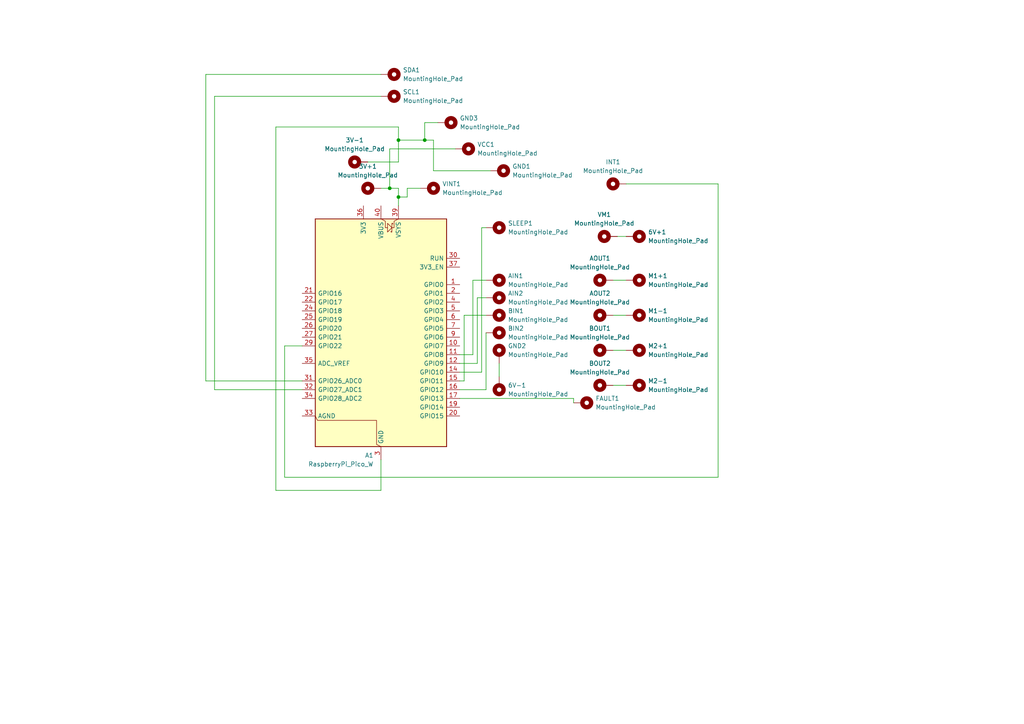
<source format=kicad_sch>
(kicad_sch
	(version 20250114)
	(generator "eeschema")
	(generator_version "9.0")
	(uuid "fcfcd0d1-30af-4111-b4af-c00f14a1cc88")
	(paper "A4")
	(lib_symbols
		(symbol "MCU_Module:RaspberryPi_Pico_W"
			(pin_names
				(offset 0.762)
			)
			(exclude_from_sim no)
			(in_bom yes)
			(on_board yes)
			(property "Reference" "A"
				(at -19.05 35.56 0)
				(effects
					(font
						(size 1.27 1.27)
					)
					(justify left)
				)
			)
			(property "Value" "RaspberryPi_Pico_W"
				(at 7.62 35.56 0)
				(effects
					(font
						(size 1.27 1.27)
					)
					(justify left)
				)
			)
			(property "Footprint" "Module:RaspberryPi_Pico_W_SMD_HandSolder"
				(at 0 -46.99 0)
				(effects
					(font
						(size 1.27 1.27)
					)
					(hide yes)
				)
			)
			(property "Datasheet" "https://datasheets.raspberrypi.com/picow/pico-w-datasheet.pdf"
				(at 0 -49.53 0)
				(effects
					(font
						(size 1.27 1.27)
					)
					(hide yes)
				)
			)
			(property "Description" "Versatile and inexpensive wireless microcontroller module powered by RP2040 dual-core Arm Cortex-M0+ processor up to 133 MHz, 264kB SRAM, 2MB QSPI flash, Infineon CYW43439 2.4GHz 802.11n wireless LAN; also supports Raspberry Pi Pico 2 W"
				(at 0 -52.07 0)
				(effects
					(font
						(size 1.27 1.27)
					)
					(hide yes)
				)
			)
			(property "ki_keywords" "RP2350A M33 RISC-V Hazard3 usb wifi bluetooth"
				(at 0 0 0)
				(effects
					(font
						(size 1.27 1.27)
					)
					(hide yes)
				)
			)
			(property "ki_fp_filters" "RaspberryPi?Pico?Common* RaspberryPi?Pico?W?SMD*"
				(at 0 0 0)
				(effects
					(font
						(size 1.27 1.27)
					)
					(hide yes)
				)
			)
			(symbol "RaspberryPi_Pico_W_0_1"
				(rectangle
					(start -19.05 34.29)
					(end 19.05 -31.75)
					(stroke
						(width 0.254)
						(type default)
					)
					(fill
						(type background)
					)
				)
				(polyline
					(pts
						(xy -5.08 34.29) (xy -3.81 33.655) (xy -3.81 31.75) (xy -3.175 31.75)
					)
					(stroke
						(width 0)
						(type default)
					)
					(fill
						(type none)
					)
				)
				(polyline
					(pts
						(xy -3.429 32.766) (xy -3.429 33.02) (xy -3.175 33.02) (xy -3.175 30.48) (xy -2.921 30.48) (xy -2.921 30.734)
					)
					(stroke
						(width 0)
						(type default)
					)
					(fill
						(type none)
					)
				)
				(polyline
					(pts
						(xy -3.175 31.75) (xy -1.905 33.02) (xy -1.905 30.48) (xy -3.175 31.75)
					)
					(stroke
						(width 0)
						(type default)
					)
					(fill
						(type none)
					)
				)
				(polyline
					(pts
						(xy 0 34.29) (xy -1.27 33.655) (xy -1.27 31.75) (xy -1.905 31.75)
					)
					(stroke
						(width 0)
						(type default)
					)
					(fill
						(type none)
					)
				)
				(polyline
					(pts
						(xy 0 -31.75) (xy 1.27 -31.115) (xy 1.27 -24.13) (xy 18.415 -24.13) (xy 19.05 -22.86)
					)
					(stroke
						(width 0)
						(type default)
					)
					(fill
						(type none)
					)
				)
			)
			(symbol "RaspberryPi_Pico_W_1_1"
				(pin passive line
					(at -22.86 22.86 0)
					(length 3.81)
					(name "RUN"
						(effects
							(font
								(size 1.27 1.27)
							)
						)
					)
					(number "30"
						(effects
							(font
								(size 1.27 1.27)
							)
						)
					)
					(alternate "~{RESET}" passive line)
				)
				(pin passive line
					(at -22.86 20.32 0)
					(length 3.81)
					(name "3V3_EN"
						(effects
							(font
								(size 1.27 1.27)
							)
						)
					)
					(number "37"
						(effects
							(font
								(size 1.27 1.27)
							)
						)
					)
					(alternate "~{3V3_DISABLE}" passive line)
				)
				(pin bidirectional line
					(at -22.86 15.24 0)
					(length 3.81)
					(name "GPIO0"
						(effects
							(font
								(size 1.27 1.27)
							)
						)
					)
					(number "1"
						(effects
							(font
								(size 1.27 1.27)
							)
						)
					)
					(alternate "I2C0_SDA" bidirectional line)
					(alternate "PWM0_A" output line)
					(alternate "SPI0_RX" input line)
					(alternate "UART0_TX" output line)
					(alternate "USB_OVCUR_DET" input line)
				)
				(pin bidirectional line
					(at -22.86 12.7 0)
					(length 3.81)
					(name "GPIO1"
						(effects
							(font
								(size 1.27 1.27)
							)
						)
					)
					(number "2"
						(effects
							(font
								(size 1.27 1.27)
							)
						)
					)
					(alternate "I2C0_SCL" bidirectional clock)
					(alternate "PWM0_B" bidirectional line)
					(alternate "UART0_RX" input line)
					(alternate "USB_VBUS_DET" passive line)
					(alternate "~{SPI0_CSn}" bidirectional line)
				)
				(pin bidirectional line
					(at -22.86 10.16 0)
					(length 3.81)
					(name "GPIO2"
						(effects
							(font
								(size 1.27 1.27)
							)
						)
					)
					(number "4"
						(effects
							(font
								(size 1.27 1.27)
							)
						)
					)
					(alternate "I2C1_SDA" bidirectional line)
					(alternate "PWM1_A" output line)
					(alternate "SPI0_SCK" bidirectional clock)
					(alternate "UART0_CTS" input line)
					(alternate "USB_VBUS_EN" output line)
				)
				(pin bidirectional line
					(at -22.86 7.62 0)
					(length 3.81)
					(name "GPIO3"
						(effects
							(font
								(size 1.27 1.27)
							)
						)
					)
					(number "5"
						(effects
							(font
								(size 1.27 1.27)
							)
						)
					)
					(alternate "I2C1_SCL" bidirectional clock)
					(alternate "PWM1_B" bidirectional line)
					(alternate "SPI0_TX" output line)
					(alternate "UART0_RTS" output line)
					(alternate "USB_OVCUR_DET" input line)
				)
				(pin bidirectional line
					(at -22.86 5.08 0)
					(length 3.81)
					(name "GPIO4"
						(effects
							(font
								(size 1.27 1.27)
							)
						)
					)
					(number "6"
						(effects
							(font
								(size 1.27 1.27)
							)
						)
					)
					(alternate "I2C0_SDA" bidirectional line)
					(alternate "PWM2_A" output line)
					(alternate "SPI0_RX" input line)
					(alternate "UART1_TX" output line)
					(alternate "USB_VBUS_DET" input line)
				)
				(pin bidirectional line
					(at -22.86 2.54 0)
					(length 3.81)
					(name "GPIO5"
						(effects
							(font
								(size 1.27 1.27)
							)
						)
					)
					(number "7"
						(effects
							(font
								(size 1.27 1.27)
							)
						)
					)
					(alternate "I2C0_SCL" bidirectional clock)
					(alternate "PWM2_B" bidirectional line)
					(alternate "UART1_RX" input line)
					(alternate "USB_VBUS_EN" output line)
					(alternate "~{SPI0_CSn}" bidirectional line)
				)
				(pin bidirectional line
					(at -22.86 0 0)
					(length 3.81)
					(name "GPIO6"
						(effects
							(font
								(size 1.27 1.27)
							)
						)
					)
					(number "9"
						(effects
							(font
								(size 1.27 1.27)
							)
						)
					)
					(alternate "I2C1_SDA" bidirectional line)
					(alternate "PWM3_A" output line)
					(alternate "SPI0_SCK" bidirectional clock)
					(alternate "UART1_CTS" input line)
					(alternate "USB_OVCUR_DET" input line)
				)
				(pin bidirectional line
					(at -22.86 -2.54 0)
					(length 3.81)
					(name "GPIO7"
						(effects
							(font
								(size 1.27 1.27)
							)
						)
					)
					(number "10"
						(effects
							(font
								(size 1.27 1.27)
							)
						)
					)
					(alternate "I2C1_SCL" bidirectional clock)
					(alternate "PWM3_B" bidirectional line)
					(alternate "SPI0_TX" output line)
					(alternate "UART1_RTS" output line)
					(alternate "USB_VBUS_DET" input line)
				)
				(pin bidirectional line
					(at -22.86 -5.08 0)
					(length 3.81)
					(name "GPIO8"
						(effects
							(font
								(size 1.27 1.27)
							)
						)
					)
					(number "11"
						(effects
							(font
								(size 1.27 1.27)
							)
						)
					)
					(alternate "I2C0_SDA" bidirectional line)
					(alternate "PWM4_A" output line)
					(alternate "SPI1_RX" input line)
					(alternate "UART1_TX" output line)
					(alternate "USB_VBUS_EN" output line)
				)
				(pin bidirectional line
					(at -22.86 -7.62 0)
					(length 3.81)
					(name "GPIO9"
						(effects
							(font
								(size 1.27 1.27)
							)
						)
					)
					(number "12"
						(effects
							(font
								(size 1.27 1.27)
							)
						)
					)
					(alternate "I2C0_SCL" bidirectional clock)
					(alternate "PWM4_B" bidirectional line)
					(alternate "UART1_RX" input line)
					(alternate "USB_OVCUR_DET" input line)
					(alternate "~{SPI1_CSn}" bidirectional line)
				)
				(pin bidirectional line
					(at -22.86 -10.16 0)
					(length 3.81)
					(name "GPIO10"
						(effects
							(font
								(size 1.27 1.27)
							)
						)
					)
					(number "14"
						(effects
							(font
								(size 1.27 1.27)
							)
						)
					)
					(alternate "I2C1_SDA" bidirectional line)
					(alternate "PWM5_A" output line)
					(alternate "SPI1_SCK" bidirectional clock)
					(alternate "UART1_CTS" input line)
					(alternate "USB_VBUS_DET" input line)
				)
				(pin bidirectional line
					(at -22.86 -12.7 0)
					(length 3.81)
					(name "GPIO11"
						(effects
							(font
								(size 1.27 1.27)
							)
						)
					)
					(number "15"
						(effects
							(font
								(size 1.27 1.27)
							)
						)
					)
					(alternate "I2C1_SCL" bidirectional clock)
					(alternate "PWM5_B" bidirectional line)
					(alternate "SPI1_TX" output line)
					(alternate "UART1_RTS" output line)
					(alternate "USB_VBUS_EN" output line)
				)
				(pin bidirectional line
					(at -22.86 -15.24 0)
					(length 3.81)
					(name "GPIO12"
						(effects
							(font
								(size 1.27 1.27)
							)
						)
					)
					(number "16"
						(effects
							(font
								(size 1.27 1.27)
							)
						)
					)
					(alternate "I2C0_SDA" bidirectional line)
					(alternate "PWM6_A" output line)
					(alternate "SPI1_RX" input line)
					(alternate "UART0_TX" output line)
					(alternate "USB_OVCUR_DET" input line)
				)
				(pin bidirectional line
					(at -22.86 -17.78 0)
					(length 3.81)
					(name "GPIO13"
						(effects
							(font
								(size 1.27 1.27)
							)
						)
					)
					(number "17"
						(effects
							(font
								(size 1.27 1.27)
							)
						)
					)
					(alternate "I2C0_SCL" bidirectional clock)
					(alternate "PWM6_B" bidirectional line)
					(alternate "UART0_RX" input line)
					(alternate "USB_VBUS_DET" input line)
					(alternate "~{SPI1_CSn}" bidirectional line)
				)
				(pin bidirectional line
					(at -22.86 -20.32 0)
					(length 3.81)
					(name "GPIO14"
						(effects
							(font
								(size 1.27 1.27)
							)
						)
					)
					(number "19"
						(effects
							(font
								(size 1.27 1.27)
							)
						)
					)
					(alternate "I2C1_SDA" bidirectional line)
					(alternate "PWM7_A" output line)
					(alternate "SPI1_SCK" bidirectional clock)
					(alternate "UART0_CTS" input line)
					(alternate "USB_VBUS_EN" output line)
				)
				(pin bidirectional line
					(at -22.86 -22.86 0)
					(length 3.81)
					(name "GPIO15"
						(effects
							(font
								(size 1.27 1.27)
							)
						)
					)
					(number "20"
						(effects
							(font
								(size 1.27 1.27)
							)
						)
					)
					(alternate "I2C1_SCL" bidirectional clock)
					(alternate "PWM7_B" bidirectional line)
					(alternate "SPI1_TX" output line)
					(alternate "UART0_RTS" output line)
					(alternate "USB_OVCUR_DET" input line)
				)
				(pin power_in line
					(at -5.08 38.1 270)
					(length 3.81)
					(name "VSYS"
						(effects
							(font
								(size 1.27 1.27)
							)
						)
					)
					(number "39"
						(effects
							(font
								(size 1.27 1.27)
							)
						)
					)
					(alternate "VSYS_OUT" power_out line)
				)
				(pin power_out line
					(at 0 38.1 270)
					(length 3.81)
					(name "VBUS"
						(effects
							(font
								(size 1.27 1.27)
							)
						)
					)
					(number "40"
						(effects
							(font
								(size 1.27 1.27)
							)
						)
					)
					(alternate "VBUS_IN" power_in line)
				)
				(pin passive line
					(at 0 -35.56 90)
					(length 3.81)
					(hide yes)
					(name "GND"
						(effects
							(font
								(size 1.27 1.27)
							)
						)
					)
					(number "13"
						(effects
							(font
								(size 1.27 1.27)
							)
						)
					)
				)
				(pin passive line
					(at 0 -35.56 90)
					(length 3.81)
					(hide yes)
					(name "GND"
						(effects
							(font
								(size 1.27 1.27)
							)
						)
					)
					(number "18"
						(effects
							(font
								(size 1.27 1.27)
							)
						)
					)
				)
				(pin passive line
					(at 0 -35.56 90)
					(length 3.81)
					(hide yes)
					(name "GND"
						(effects
							(font
								(size 1.27 1.27)
							)
						)
					)
					(number "23"
						(effects
							(font
								(size 1.27 1.27)
							)
						)
					)
				)
				(pin passive line
					(at 0 -35.56 90)
					(length 3.81)
					(hide yes)
					(name "GND"
						(effects
							(font
								(size 1.27 1.27)
							)
						)
					)
					(number "28"
						(effects
							(font
								(size 1.27 1.27)
							)
						)
					)
				)
				(pin power_out line
					(at 0 -35.56 90)
					(length 3.81)
					(name "GND"
						(effects
							(font
								(size 1.27 1.27)
							)
						)
					)
					(number "3"
						(effects
							(font
								(size 1.27 1.27)
							)
						)
					)
					(alternate "GND_IN" power_in line)
				)
				(pin passive line
					(at 0 -35.56 90)
					(length 3.81)
					(hide yes)
					(name "GND"
						(effects
							(font
								(size 1.27 1.27)
							)
						)
					)
					(number "38"
						(effects
							(font
								(size 1.27 1.27)
							)
						)
					)
				)
				(pin passive line
					(at 0 -35.56 90)
					(length 3.81)
					(hide yes)
					(name "GND"
						(effects
							(font
								(size 1.27 1.27)
							)
						)
					)
					(number "8"
						(effects
							(font
								(size 1.27 1.27)
							)
						)
					)
				)
				(pin power_out line
					(at 5.08 38.1 270)
					(length 3.81)
					(name "3V3"
						(effects
							(font
								(size 1.27 1.27)
							)
						)
					)
					(number "36"
						(effects
							(font
								(size 1.27 1.27)
							)
						)
					)
				)
				(pin bidirectional line
					(at 22.86 12.7 180)
					(length 3.81)
					(name "GPIO16"
						(effects
							(font
								(size 1.27 1.27)
							)
						)
					)
					(number "21"
						(effects
							(font
								(size 1.27 1.27)
							)
						)
					)
					(alternate "I2C0_SDA" bidirectional line)
					(alternate "PWM0_A" output line)
					(alternate "SPI0_RX" input line)
					(alternate "UART0_TX" output line)
					(alternate "USB_VBUS_DET" input line)
				)
				(pin bidirectional line
					(at 22.86 10.16 180)
					(length 3.81)
					(name "GPIO17"
						(effects
							(font
								(size 1.27 1.27)
							)
						)
					)
					(number "22"
						(effects
							(font
								(size 1.27 1.27)
							)
						)
					)
					(alternate "I2C0_SCL" bidirectional clock)
					(alternate "PWM0_B" bidirectional line)
					(alternate "UART0_RX" input line)
					(alternate "USB_VBUS_EN" output line)
					(alternate "~{SPI0_CSn}" bidirectional line)
				)
				(pin bidirectional line
					(at 22.86 7.62 180)
					(length 3.81)
					(name "GPIO18"
						(effects
							(font
								(size 1.27 1.27)
							)
						)
					)
					(number "24"
						(effects
							(font
								(size 1.27 1.27)
							)
						)
					)
					(alternate "I2C1_SDA" bidirectional line)
					(alternate "PWM1_A" output line)
					(alternate "SPI0_SCK" bidirectional clock)
					(alternate "UART0_CTS" input line)
					(alternate "USB_OVCUR_DET" input line)
				)
				(pin bidirectional line
					(at 22.86 5.08 180)
					(length 3.81)
					(name "GPIO19"
						(effects
							(font
								(size 1.27 1.27)
							)
						)
					)
					(number "25"
						(effects
							(font
								(size 1.27 1.27)
							)
						)
					)
					(alternate "I2C1_SCL" bidirectional clock)
					(alternate "PWM1_B" bidirectional line)
					(alternate "SPI0_TX" output line)
					(alternate "UART0_RTS" output line)
					(alternate "USB_VBUS_DET" input line)
				)
				(pin bidirectional line
					(at 22.86 2.54 180)
					(length 3.81)
					(name "GPIO20"
						(effects
							(font
								(size 1.27 1.27)
							)
						)
					)
					(number "26"
						(effects
							(font
								(size 1.27 1.27)
							)
						)
					)
					(alternate "CLOCK_GPIN0" input clock)
					(alternate "I2C0_SDA" bidirectional line)
					(alternate "PWM2_A" output line)
					(alternate "SPI0_RX" input line)
					(alternate "UART1_TX" output line)
					(alternate "USB_VBUS_EN" output line)
				)
				(pin bidirectional line
					(at 22.86 0 180)
					(length 3.81)
					(name "GPIO21"
						(effects
							(font
								(size 1.27 1.27)
							)
						)
					)
					(number "27"
						(effects
							(font
								(size 1.27 1.27)
							)
						)
					)
					(alternate "CLOCK_GPOUT0" output clock)
					(alternate "I2C0_SCL" bidirectional clock)
					(alternate "PWM2_B" bidirectional line)
					(alternate "UART1_RX" input line)
					(alternate "USB_OVCUR_DET" input line)
					(alternate "~{SPI0_CSn}" bidirectional line)
				)
				(pin bidirectional line
					(at 22.86 -2.54 180)
					(length 3.81)
					(name "GPIO22"
						(effects
							(font
								(size 1.27 1.27)
							)
						)
					)
					(number "29"
						(effects
							(font
								(size 1.27 1.27)
							)
						)
					)
					(alternate "CLOCK_GPIN1" input clock)
					(alternate "I2C1_SDA" bidirectional line)
					(alternate "PWM3_A" output line)
					(alternate "SPI0_SCK" bidirectional clock)
					(alternate "UART1_CTS" input line)
					(alternate "USB_VBUS_DET" input line)
				)
				(pin power_in line
					(at 22.86 -7.62 180)
					(length 3.81)
					(name "ADC_VREF"
						(effects
							(font
								(size 1.27 1.27)
							)
						)
					)
					(number "35"
						(effects
							(font
								(size 1.27 1.27)
							)
						)
					)
				)
				(pin bidirectional line
					(at 22.86 -12.7 180)
					(length 3.81)
					(name "GPIO26_ADC0"
						(effects
							(font
								(size 1.27 1.27)
							)
						)
					)
					(number "31"
						(effects
							(font
								(size 1.27 1.27)
							)
						)
					)
					(alternate "ADC0" input line)
					(alternate "GPIO26" bidirectional line)
					(alternate "I2C1_SDA" bidirectional line)
					(alternate "PWM5_A" output line)
					(alternate "SPI1_SCK" bidirectional clock)
					(alternate "UART1_CTS" input line)
					(alternate "USB_VBUS_EN" output line)
				)
				(pin bidirectional line
					(at 22.86 -15.24 180)
					(length 3.81)
					(name "GPIO27_ADC1"
						(effects
							(font
								(size 1.27 1.27)
							)
						)
					)
					(number "32"
						(effects
							(font
								(size 1.27 1.27)
							)
						)
					)
					(alternate "ADC1" input line)
					(alternate "GPIO27" bidirectional line)
					(alternate "I2C1_SCL" bidirectional clock)
					(alternate "PWM5_B" bidirectional line)
					(alternate "SPI1_TX" output line)
					(alternate "UART1_RTS" output line)
					(alternate "USB_OVCUR_DET" input line)
				)
				(pin bidirectional line
					(at 22.86 -17.78 180)
					(length 3.81)
					(name "GPIO28_ADC2"
						(effects
							(font
								(size 1.27 1.27)
							)
						)
					)
					(number "34"
						(effects
							(font
								(size 1.27 1.27)
							)
						)
					)
					(alternate "ADC2" input line)
					(alternate "GPIO28" bidirectional line)
					(alternate "I2C0_SDA" bidirectional line)
					(alternate "PWM6_A" output line)
					(alternate "SPI1_RX" input line)
					(alternate "UART0_TX" output line)
					(alternate "USB_VBUS_DET" input line)
				)
				(pin power_out line
					(at 22.86 -22.86 180)
					(length 3.81)
					(name "AGND"
						(effects
							(font
								(size 1.27 1.27)
							)
						)
					)
					(number "33"
						(effects
							(font
								(size 1.27 1.27)
							)
						)
					)
					(alternate "GND" passive line)
				)
			)
			(embedded_fonts no)
		)
		(symbol "Mechanical:MountingHole_Pad"
			(pin_numbers
				(hide yes)
			)
			(pin_names
				(offset 1.016)
				(hide yes)
			)
			(exclude_from_sim no)
			(in_bom no)
			(on_board yes)
			(property "Reference" "H"
				(at 0 6.35 0)
				(effects
					(font
						(size 1.27 1.27)
					)
				)
			)
			(property "Value" "MountingHole_Pad"
				(at 0 4.445 0)
				(effects
					(font
						(size 1.27 1.27)
					)
				)
			)
			(property "Footprint" ""
				(at 0 0 0)
				(effects
					(font
						(size 1.27 1.27)
					)
					(hide yes)
				)
			)
			(property "Datasheet" "~"
				(at 0 0 0)
				(effects
					(font
						(size 1.27 1.27)
					)
					(hide yes)
				)
			)
			(property "Description" "Mounting Hole with connection"
				(at 0 0 0)
				(effects
					(font
						(size 1.27 1.27)
					)
					(hide yes)
				)
			)
			(property "ki_keywords" "mounting hole"
				(at 0 0 0)
				(effects
					(font
						(size 1.27 1.27)
					)
					(hide yes)
				)
			)
			(property "ki_fp_filters" "MountingHole*Pad*"
				(at 0 0 0)
				(effects
					(font
						(size 1.27 1.27)
					)
					(hide yes)
				)
			)
			(symbol "MountingHole_Pad_0_1"
				(circle
					(center 0 1.27)
					(radius 1.27)
					(stroke
						(width 1.27)
						(type default)
					)
					(fill
						(type none)
					)
				)
			)
			(symbol "MountingHole_Pad_1_1"
				(pin input line
					(at 0 -2.54 90)
					(length 2.54)
					(name "1"
						(effects
							(font
								(size 1.27 1.27)
							)
						)
					)
					(number "1"
						(effects
							(font
								(size 1.27 1.27)
							)
						)
					)
				)
			)
			(embedded_fonts no)
		)
	)
	(junction
		(at 115.57 40.64)
		(diameter 0)
		(color 0 0 0 0)
		(uuid "324dbed2-2b9a-43ed-92b0-b28b699b8bda")
	)
	(junction
		(at 115.57 57.15)
		(diameter 0)
		(color 0 0 0 0)
		(uuid "83d3d6a2-e7d0-4b6d-b916-4a5425cff01f")
	)
	(junction
		(at 113.03 54.61)
		(diameter 0)
		(color 0 0 0 0)
		(uuid "88d2966b-028b-4685-aff1-842498af9349")
	)
	(junction
		(at 123.19 40.64)
		(diameter 0)
		(color 0 0 0 0)
		(uuid "d6312a3a-7c6b-4e45-865c-a7b67caba0d6")
	)
	(wire
		(pts
			(xy 132.08 43.18) (xy 113.03 43.18)
		)
		(stroke
			(width 0)
			(type default)
		)
		(uuid "02df35cd-018b-468f-9805-bfb028610254")
	)
	(wire
		(pts
			(xy 82.55 100.33) (xy 87.63 100.33)
		)
		(stroke
			(width 0)
			(type default)
		)
		(uuid "0557f497-5ce9-4a9f-b74d-21d60dab5096")
	)
	(wire
		(pts
			(xy 133.35 110.49) (xy 134.62 110.49)
		)
		(stroke
			(width 0)
			(type default)
		)
		(uuid "0691b372-77c1-4a98-bd23-2d42196de441")
	)
	(wire
		(pts
			(xy 115.57 57.15) (xy 115.57 59.69)
		)
		(stroke
			(width 0)
			(type default)
		)
		(uuid "0f482d4a-4582-4bda-89f0-e5ac9b6c246c")
	)
	(wire
		(pts
			(xy 59.69 21.59) (xy 110.49 21.59)
		)
		(stroke
			(width 0)
			(type default)
		)
		(uuid "10c7c2e7-8582-4c8a-aeef-1ea6ba62c45f")
	)
	(wire
		(pts
			(xy 59.69 110.49) (xy 59.69 21.59)
		)
		(stroke
			(width 0)
			(type default)
		)
		(uuid "1255dbc1-5940-4ff0-9a42-b8643e3f0f97")
	)
	(wire
		(pts
			(xy 125.73 49.53) (xy 142.24 49.53)
		)
		(stroke
			(width 0)
			(type default)
		)
		(uuid "1e4094a4-51e5-4b13-80c6-609ad6249899")
	)
	(wire
		(pts
			(xy 115.57 40.64) (xy 115.57 36.83)
		)
		(stroke
			(width 0)
			(type default)
		)
		(uuid "215f96d1-7087-4a29-98ef-86581b098846")
	)
	(wire
		(pts
			(xy 133.35 102.87) (xy 137.16 102.87)
		)
		(stroke
			(width 0)
			(type default)
		)
		(uuid "22116c24-9852-4d2a-8f09-7884b258d589")
	)
	(wire
		(pts
			(xy 113.03 43.18) (xy 113.03 54.61)
		)
		(stroke
			(width 0)
			(type default)
		)
		(uuid "246f8721-3f88-4085-b0c8-7a9ae1dd8afa")
	)
	(wire
		(pts
			(xy 134.62 91.44) (xy 140.97 91.44)
		)
		(stroke
			(width 0)
			(type default)
		)
		(uuid "30b70996-243c-41cb-9535-eaf6992e1255")
	)
	(wire
		(pts
			(xy 134.62 110.49) (xy 134.62 91.44)
		)
		(stroke
			(width 0)
			(type default)
		)
		(uuid "33fa8084-d289-430a-a8ab-467740e6b359")
	)
	(wire
		(pts
			(xy 87.63 110.49) (xy 59.69 110.49)
		)
		(stroke
			(width 0)
			(type default)
		)
		(uuid "401ff603-8b8b-41ed-b409-ea28f17b36dc")
	)
	(wire
		(pts
			(xy 177.8 81.28) (xy 181.61 81.28)
		)
		(stroke
			(width 0)
			(type default)
		)
		(uuid "42052055-39d0-4fde-9cab-ab1c3548f116")
	)
	(wire
		(pts
			(xy 208.28 138.43) (xy 82.55 138.43)
		)
		(stroke
			(width 0)
			(type default)
		)
		(uuid "487d0228-8cfa-4aa7-821a-84a10a24c446")
	)
	(wire
		(pts
			(xy 133.35 105.41) (xy 138.43 105.41)
		)
		(stroke
			(width 0)
			(type default)
		)
		(uuid "4b059bba-6808-4cb1-a17b-e56277a112c4")
	)
	(wire
		(pts
			(xy 133.35 115.57) (xy 166.37 115.57)
		)
		(stroke
			(width 0)
			(type default)
		)
		(uuid "4bee6254-e5b5-4cba-a499-b884fabf4862")
	)
	(wire
		(pts
			(xy 166.37 115.57) (xy 166.37 116.84)
		)
		(stroke
			(width 0)
			(type default)
		)
		(uuid "4c0a0f09-f055-4613-b18b-08d8846e674a")
	)
	(wire
		(pts
			(xy 144.78 105.41) (xy 144.78 109.22)
		)
		(stroke
			(width 0)
			(type default)
		)
		(uuid "4ca11737-34d9-4013-a234-43c0309565b1")
	)
	(wire
		(pts
			(xy 121.92 54.61) (xy 118.11 54.61)
		)
		(stroke
			(width 0)
			(type default)
		)
		(uuid "4ce32e05-37cf-4f2c-9619-cc09a0350462")
	)
	(wire
		(pts
			(xy 118.11 57.15) (xy 115.57 57.15)
		)
		(stroke
			(width 0)
			(type default)
		)
		(uuid "572a4459-cc7b-477f-89fe-a73c776c19db")
	)
	(wire
		(pts
			(xy 139.7 66.04) (xy 139.7 107.95)
		)
		(stroke
			(width 0)
			(type default)
		)
		(uuid "5c41dfd7-54fa-4ec4-8004-849b901ef294")
	)
	(wire
		(pts
			(xy 140.97 113.03) (xy 140.97 96.52)
		)
		(stroke
			(width 0)
			(type default)
		)
		(uuid "6896ca66-af4f-42e3-85d3-715ccef812d3")
	)
	(wire
		(pts
			(xy 177.8 111.76) (xy 181.61 111.76)
		)
		(stroke
			(width 0)
			(type default)
		)
		(uuid "75fcc390-12b9-4934-8a9e-206626c3f472")
	)
	(wire
		(pts
			(xy 127 35.56) (xy 123.19 35.56)
		)
		(stroke
			(width 0)
			(type default)
		)
		(uuid "76ea64a3-3d17-4d42-8dc6-6a7a381fa238")
	)
	(wire
		(pts
			(xy 82.55 138.43) (xy 82.55 100.33)
		)
		(stroke
			(width 0)
			(type default)
		)
		(uuid "77b9c904-5b21-4aa1-9c7e-c893006c2147")
	)
	(wire
		(pts
			(xy 181.61 53.34) (xy 208.28 53.34)
		)
		(stroke
			(width 0)
			(type default)
		)
		(uuid "7ac60286-71c2-4b9c-b3dd-749890f1605b")
	)
	(wire
		(pts
			(xy 110.49 142.24) (xy 110.49 133.35)
		)
		(stroke
			(width 0)
			(type default)
		)
		(uuid "7b31d4b1-01fd-4202-be3d-6b10e5a4b3cb")
	)
	(wire
		(pts
			(xy 208.28 53.34) (xy 208.28 138.43)
		)
		(stroke
			(width 0)
			(type default)
		)
		(uuid "7c3612bb-150a-42b9-98cf-d764d2856c1c")
	)
	(wire
		(pts
			(xy 125.73 40.64) (xy 123.19 40.64)
		)
		(stroke
			(width 0)
			(type default)
		)
		(uuid "7e26fa9a-2278-4e9c-8ff0-e4da3845116c")
	)
	(wire
		(pts
			(xy 115.57 54.61) (xy 115.57 57.15)
		)
		(stroke
			(width 0)
			(type default)
		)
		(uuid "801c00f8-55c2-4fbc-bc0e-f8ae050a6de3")
	)
	(wire
		(pts
			(xy 115.57 36.83) (xy 80.01 36.83)
		)
		(stroke
			(width 0)
			(type default)
		)
		(uuid "82ca63ab-a1a9-4858-bb05-332758c656c6")
	)
	(wire
		(pts
			(xy 137.16 102.87) (xy 137.16 81.28)
		)
		(stroke
			(width 0)
			(type default)
		)
		(uuid "8368bab9-04c7-4dce-9010-8737368a2e02")
	)
	(wire
		(pts
			(xy 110.49 54.61) (xy 113.03 54.61)
		)
		(stroke
			(width 0)
			(type default)
		)
		(uuid "8d8ca99f-ac44-4ca8-941f-ab8113aefcf3")
	)
	(wire
		(pts
			(xy 123.19 35.56) (xy 123.19 40.64)
		)
		(stroke
			(width 0)
			(type default)
		)
		(uuid "939bb561-9f43-4e5c-b128-5feb7882470b")
	)
	(wire
		(pts
			(xy 179.07 68.58) (xy 181.61 68.58)
		)
		(stroke
			(width 0)
			(type default)
		)
		(uuid "a3b84327-37f5-40a0-a038-8f869dfd7116")
	)
	(wire
		(pts
			(xy 62.23 113.03) (xy 87.63 113.03)
		)
		(stroke
			(width 0)
			(type default)
		)
		(uuid "acf19d5f-9092-4a13-85a5-50e0f1a0662c")
	)
	(wire
		(pts
			(xy 177.8 101.6) (xy 181.61 101.6)
		)
		(stroke
			(width 0)
			(type default)
		)
		(uuid "bef7a88e-a8ac-4e65-a1b2-561732b4e739")
	)
	(wire
		(pts
			(xy 125.73 40.64) (xy 125.73 49.53)
		)
		(stroke
			(width 0)
			(type default)
		)
		(uuid "c2135baa-30a6-452f-b1fd-e2ee493dc0bc")
	)
	(wire
		(pts
			(xy 139.7 107.95) (xy 133.35 107.95)
		)
		(stroke
			(width 0)
			(type default)
		)
		(uuid "c713b4e6-2922-4f26-9d43-8b27c5a75f5c")
	)
	(wire
		(pts
			(xy 177.8 91.44) (xy 181.61 91.44)
		)
		(stroke
			(width 0)
			(type default)
		)
		(uuid "c7539f50-8bcf-4e80-95ec-e3eb039d3cf7")
	)
	(wire
		(pts
			(xy 118.11 54.61) (xy 118.11 57.15)
		)
		(stroke
			(width 0)
			(type default)
		)
		(uuid "c80da799-3165-4a5f-8227-43ce108a0b73")
	)
	(wire
		(pts
			(xy 80.01 36.83) (xy 80.01 142.24)
		)
		(stroke
			(width 0)
			(type default)
		)
		(uuid "c854053d-03ad-44a4-8b49-e264fd6fd399")
	)
	(wire
		(pts
			(xy 62.23 27.94) (xy 62.23 113.03)
		)
		(stroke
			(width 0)
			(type default)
		)
		(uuid "ca959f35-4b2b-439f-8d41-11f98427e6fc")
	)
	(wire
		(pts
			(xy 113.03 54.61) (xy 115.57 54.61)
		)
		(stroke
			(width 0)
			(type default)
		)
		(uuid "d064c449-3ab4-4365-8533-e1d21d460b47")
	)
	(wire
		(pts
			(xy 123.19 40.64) (xy 115.57 40.64)
		)
		(stroke
			(width 0)
			(type default)
		)
		(uuid "d51d3818-6c44-4a96-a389-19bf6d7c043b")
	)
	(wire
		(pts
			(xy 62.23 27.94) (xy 110.49 27.94)
		)
		(stroke
			(width 0)
			(type default)
		)
		(uuid "d7743b76-3f86-441d-9453-88d7ee3a7c52")
	)
	(wire
		(pts
			(xy 106.68 46.99) (xy 115.57 46.99)
		)
		(stroke
			(width 0)
			(type default)
		)
		(uuid "dd60db0c-97f5-4b53-b531-2fbfa478a20b")
	)
	(wire
		(pts
			(xy 138.43 86.36) (xy 140.97 86.36)
		)
		(stroke
			(width 0)
			(type default)
		)
		(uuid "ddd073e5-fd63-4e5e-b344-476bc3fe29c4")
	)
	(wire
		(pts
			(xy 133.35 113.03) (xy 140.97 113.03)
		)
		(stroke
			(width 0)
			(type default)
		)
		(uuid "e21ffcca-4cc4-4260-aa67-df076981fd7d")
	)
	(wire
		(pts
			(xy 137.16 81.28) (xy 140.97 81.28)
		)
		(stroke
			(width 0)
			(type default)
		)
		(uuid "e2dea073-8020-4117-9208-9cc02b02ae17")
	)
	(wire
		(pts
			(xy 80.01 142.24) (xy 110.49 142.24)
		)
		(stroke
			(width 0)
			(type default)
		)
		(uuid "e4e54527-1c02-4fe4-a352-c5b7019b9eea")
	)
	(wire
		(pts
			(xy 138.43 105.41) (xy 138.43 86.36)
		)
		(stroke
			(width 0)
			(type default)
		)
		(uuid "e8ffadc9-8e4b-465f-b3e5-b0bd4c3b71eb")
	)
	(wire
		(pts
			(xy 140.97 66.04) (xy 139.7 66.04)
		)
		(stroke
			(width 0)
			(type default)
		)
		(uuid "f98805e4-71db-4c4a-a68d-1331eb8f3a0f")
	)
	(wire
		(pts
			(xy 115.57 46.99) (xy 115.57 40.64)
		)
		(stroke
			(width 0)
			(type default)
		)
		(uuid "feb35cd0-a0e8-4131-8647-c0e8a32487b6")
	)
	(symbol
		(lib_id "Mechanical:MountingHole_Pad")
		(at 176.53 68.58 90)
		(unit 1)
		(exclude_from_sim no)
		(in_bom no)
		(on_board yes)
		(dnp no)
		(fields_autoplaced yes)
		(uuid "00416c01-a9de-4d4a-8184-ffdc376f001b")
		(property "Reference" "VM1"
			(at 175.26 62.23 90)
			(effects
				(font
					(size 1.27 1.27)
				)
			)
		)
		(property "Value" "MountingHole_Pad"
			(at 175.26 64.77 90)
			(effects
				(font
					(size 1.27 1.27)
				)
			)
		)
		(property "Footprint" "Connector_Wire:SolderWirePad_1x01_SMD_1x2mm"
			(at 176.53 68.58 0)
			(effects
				(font
					(size 1.27 1.27)
				)
				(hide yes)
			)
		)
		(property "Datasheet" "~"
			(at 176.53 68.58 0)
			(effects
				(font
					(size 1.27 1.27)
				)
				(hide yes)
			)
		)
		(property "Description" "Mounting Hole with connection"
			(at 176.53 68.58 0)
			(effects
				(font
					(size 1.27 1.27)
				)
				(hide yes)
			)
		)
		(pin "1"
			(uuid "a323ae5b-35a3-4e9a-afd4-d51c9f592cc9")
		)
		(instances
			(project "Balance Bot"
				(path "/fcfcd0d1-30af-4111-b4af-c00f14a1cc88"
					(reference "VM1")
					(unit 1)
				)
			)
		)
	)
	(symbol
		(lib_id "Mechanical:MountingHole_Pad")
		(at 144.78 49.53 270)
		(unit 1)
		(exclude_from_sim no)
		(in_bom no)
		(on_board yes)
		(dnp no)
		(fields_autoplaced yes)
		(uuid "0822bbb6-657e-4cd3-9c07-2e6ab6f26746")
		(property "Reference" "GND1"
			(at 148.59 48.2599 90)
			(effects
				(font
					(size 1.27 1.27)
				)
				(justify left)
			)
		)
		(property "Value" "MountingHole_Pad"
			(at 148.59 50.7999 90)
			(effects
				(font
					(size 1.27 1.27)
				)
				(justify left)
			)
		)
		(property "Footprint" "Connector_Wire:SolderWirePad_1x01_SMD_1x2mm"
			(at 144.78 49.53 0)
			(effects
				(font
					(size 1.27 1.27)
				)
				(hide yes)
			)
		)
		(property "Datasheet" "~"
			(at 144.78 49.53 0)
			(effects
				(font
					(size 1.27 1.27)
				)
				(hide yes)
			)
		)
		(property "Description" "Mounting Hole with connection"
			(at 144.78 49.53 0)
			(effects
				(font
					(size 1.27 1.27)
				)
				(hide yes)
			)
		)
		(pin "1"
			(uuid "1ba9f741-8c46-4ed3-b3d3-2d28ad82954f")
		)
		(instances
			(project "Balance Bot"
				(path "/fcfcd0d1-30af-4111-b4af-c00f14a1cc88"
					(reference "GND1")
					(unit 1)
				)
			)
		)
	)
	(symbol
		(lib_id "Mechanical:MountingHole_Pad")
		(at 113.03 21.59 270)
		(unit 1)
		(exclude_from_sim no)
		(in_bom no)
		(on_board yes)
		(dnp no)
		(fields_autoplaced yes)
		(uuid "08af0087-7ec2-46f7-ab3c-2fe45dd2c441")
		(property "Reference" "SDA1"
			(at 116.84 20.3199 90)
			(effects
				(font
					(size 1.27 1.27)
				)
				(justify left)
			)
		)
		(property "Value" "MountingHole_Pad"
			(at 116.84 22.8599 90)
			(effects
				(font
					(size 1.27 1.27)
				)
				(justify left)
			)
		)
		(property "Footprint" "Connector_Wire:SolderWirePad_1x01_SMD_1x2mm"
			(at 113.03 21.59 0)
			(effects
				(font
					(size 1.27 1.27)
				)
				(hide yes)
			)
		)
		(property "Datasheet" "~"
			(at 113.03 21.59 0)
			(effects
				(font
					(size 1.27 1.27)
				)
				(hide yes)
			)
		)
		(property "Description" "Mounting Hole with connection"
			(at 113.03 21.59 0)
			(effects
				(font
					(size 1.27 1.27)
				)
				(hide yes)
			)
		)
		(pin "1"
			(uuid "a7a81cff-f7e2-4308-8ed4-7c3b6f495243")
		)
		(instances
			(project "Balance Bot"
				(path "/fcfcd0d1-30af-4111-b4af-c00f14a1cc88"
					(reference "SDA1")
					(unit 1)
				)
			)
		)
	)
	(symbol
		(lib_id "Mechanical:MountingHole_Pad")
		(at 107.95 54.61 90)
		(unit 1)
		(exclude_from_sim no)
		(in_bom no)
		(on_board yes)
		(dnp no)
		(fields_autoplaced yes)
		(uuid "2c3d55b9-de91-4911-9cb5-d06bb0b6a674")
		(property "Reference" "3V+1"
			(at 106.68 48.26 90)
			(effects
				(font
					(size 1.27 1.27)
				)
			)
		)
		(property "Value" "MountingHole_Pad"
			(at 106.68 50.8 90)
			(effects
				(font
					(size 1.27 1.27)
				)
			)
		)
		(property "Footprint" "Connector_Wire:SolderWirePad_1x01_SMD_1x2mm"
			(at 107.95 54.61 0)
			(effects
				(font
					(size 1.27 1.27)
				)
				(hide yes)
			)
		)
		(property "Datasheet" "~"
			(at 107.95 54.61 0)
			(effects
				(font
					(size 1.27 1.27)
				)
				(hide yes)
			)
		)
		(property "Description" "Mounting Hole with connection"
			(at 107.95 54.61 0)
			(effects
				(font
					(size 1.27 1.27)
				)
				(hide yes)
			)
		)
		(pin "1"
			(uuid "18340a50-beb5-4461-bd49-90ced5b912a0")
		)
		(instances
			(project "Balance Bot"
				(path "/fcfcd0d1-30af-4111-b4af-c00f14a1cc88"
					(reference "3V+1")
					(unit 1)
				)
			)
		)
	)
	(symbol
		(lib_id "Mechanical:MountingHole_Pad")
		(at 144.78 111.76 180)
		(unit 1)
		(exclude_from_sim no)
		(in_bom no)
		(on_board yes)
		(dnp no)
		(fields_autoplaced yes)
		(uuid "3c360eb1-a1f3-4d82-ad51-816c4b440c71")
		(property "Reference" "6V-1"
			(at 147.32 111.7599 0)
			(effects
				(font
					(size 1.27 1.27)
				)
				(justify right)
			)
		)
		(property "Value" "MountingHole_Pad"
			(at 147.32 114.2999 0)
			(effects
				(font
					(size 1.27 1.27)
				)
				(justify right)
			)
		)
		(property "Footprint" "Connector_Wire:SolderWirePad_1x01_SMD_1x2mm"
			(at 144.78 111.76 0)
			(effects
				(font
					(size 1.27 1.27)
				)
				(hide yes)
			)
		)
		(property "Datasheet" "~"
			(at 144.78 111.76 0)
			(effects
				(font
					(size 1.27 1.27)
				)
				(hide yes)
			)
		)
		(property "Description" "Mounting Hole with connection"
			(at 144.78 111.76 0)
			(effects
				(font
					(size 1.27 1.27)
				)
				(hide yes)
			)
		)
		(pin "1"
			(uuid "65ba45d3-0160-4b29-80a6-64ee8ce6b4f4")
		)
		(instances
			(project "Balance Bot"
				(path "/fcfcd0d1-30af-4111-b4af-c00f14a1cc88"
					(reference "6V-1")
					(unit 1)
				)
			)
		)
	)
	(symbol
		(lib_id "Mechanical:MountingHole_Pad")
		(at 184.15 101.6 270)
		(unit 1)
		(exclude_from_sim no)
		(in_bom no)
		(on_board yes)
		(dnp no)
		(fields_autoplaced yes)
		(uuid "4f1f5d0d-813f-4203-9677-c822b9b72e3f")
		(property "Reference" "M2+1"
			(at 187.96 100.3299 90)
			(effects
				(font
					(size 1.27 1.27)
				)
				(justify left)
			)
		)
		(property "Value" "MountingHole_Pad"
			(at 187.96 102.8699 90)
			(effects
				(font
					(size 1.27 1.27)
				)
				(justify left)
			)
		)
		(property "Footprint" "Connector_Wire:SolderWirePad_1x01_SMD_1x2mm"
			(at 184.15 101.6 0)
			(effects
				(font
					(size 1.27 1.27)
				)
				(hide yes)
			)
		)
		(property "Datasheet" "~"
			(at 184.15 101.6 0)
			(effects
				(font
					(size 1.27 1.27)
				)
				(hide yes)
			)
		)
		(property "Description" "Mounting Hole with connection"
			(at 184.15 101.6 0)
			(effects
				(font
					(size 1.27 1.27)
				)
				(hide yes)
			)
		)
		(pin "1"
			(uuid "56897506-9347-4647-80d6-c1fcdeb373bb")
		)
		(instances
			(project "Balance Bot"
				(path "/fcfcd0d1-30af-4111-b4af-c00f14a1cc88"
					(reference "M2+1")
					(unit 1)
				)
			)
		)
	)
	(symbol
		(lib_id "Mechanical:MountingHole_Pad")
		(at 144.78 102.87 0)
		(unit 1)
		(exclude_from_sim no)
		(in_bom no)
		(on_board yes)
		(dnp no)
		(fields_autoplaced yes)
		(uuid "51f1ce3a-4e75-4015-b739-d6f9954d5863")
		(property "Reference" "GND2"
			(at 147.32 100.3299 0)
			(effects
				(font
					(size 1.27 1.27)
				)
				(justify left)
			)
		)
		(property "Value" "MountingHole_Pad"
			(at 147.32 102.8699 0)
			(effects
				(font
					(size 1.27 1.27)
				)
				(justify left)
			)
		)
		(property "Footprint" "Connector_Wire:SolderWirePad_1x01_SMD_1x2mm"
			(at 144.78 102.87 0)
			(effects
				(font
					(size 1.27 1.27)
				)
				(hide yes)
			)
		)
		(property "Datasheet" "~"
			(at 144.78 102.87 0)
			(effects
				(font
					(size 1.27 1.27)
				)
				(hide yes)
			)
		)
		(property "Description" "Mounting Hole with connection"
			(at 144.78 102.87 0)
			(effects
				(font
					(size 1.27 1.27)
				)
				(hide yes)
			)
		)
		(pin "1"
			(uuid "7ef95d15-ec87-4ab9-9727-68a6e6705d47")
		)
		(instances
			(project "Balance Bot"
				(path "/fcfcd0d1-30af-4111-b4af-c00f14a1cc88"
					(reference "GND2")
					(unit 1)
				)
			)
		)
	)
	(symbol
		(lib_id "Mechanical:MountingHole_Pad")
		(at 143.51 91.44 270)
		(unit 1)
		(exclude_from_sim no)
		(in_bom no)
		(on_board yes)
		(dnp no)
		(fields_autoplaced yes)
		(uuid "5c82c2a6-5d78-4700-9407-97c0aba89577")
		(property "Reference" "BIN1"
			(at 147.32 90.1699 90)
			(effects
				(font
					(size 1.27 1.27)
				)
				(justify left)
			)
		)
		(property "Value" "MountingHole_Pad"
			(at 147.32 92.7099 90)
			(effects
				(font
					(size 1.27 1.27)
				)
				(justify left)
			)
		)
		(property "Footprint" "Connector_Wire:SolderWirePad_1x01_SMD_1x2mm"
			(at 143.51 91.44 0)
			(effects
				(font
					(size 1.27 1.27)
				)
				(hide yes)
			)
		)
		(property "Datasheet" "~"
			(at 143.51 91.44 0)
			(effects
				(font
					(size 1.27 1.27)
				)
				(hide yes)
			)
		)
		(property "Description" "Mounting Hole with connection"
			(at 143.51 91.44 0)
			(effects
				(font
					(size 1.27 1.27)
				)
				(hide yes)
			)
		)
		(pin "1"
			(uuid "4b042d9a-8c71-4740-9656-0bbcc5cbf79d")
		)
		(instances
			(project "Balance Bot"
				(path "/fcfcd0d1-30af-4111-b4af-c00f14a1cc88"
					(reference "BIN1")
					(unit 1)
				)
			)
		)
	)
	(symbol
		(lib_id "Mechanical:MountingHole_Pad")
		(at 143.51 96.52 270)
		(unit 1)
		(exclude_from_sim no)
		(in_bom no)
		(on_board yes)
		(dnp no)
		(fields_autoplaced yes)
		(uuid "601f1e46-a957-4b3a-9547-d5ee96b0ed90")
		(property "Reference" "BIN2"
			(at 147.32 95.2499 90)
			(effects
				(font
					(size 1.27 1.27)
				)
				(justify left)
			)
		)
		(property "Value" "MountingHole_Pad"
			(at 147.32 97.7899 90)
			(effects
				(font
					(size 1.27 1.27)
				)
				(justify left)
			)
		)
		(property "Footprint" "Connector_Wire:SolderWirePad_1x01_SMD_1x2mm"
			(at 143.51 96.52 0)
			(effects
				(font
					(size 1.27 1.27)
				)
				(hide yes)
			)
		)
		(property "Datasheet" "~"
			(at 143.51 96.52 0)
			(effects
				(font
					(size 1.27 1.27)
				)
				(hide yes)
			)
		)
		(property "Description" "Mounting Hole with connection"
			(at 143.51 96.52 0)
			(effects
				(font
					(size 1.27 1.27)
				)
				(hide yes)
			)
		)
		(pin "1"
			(uuid "a8709c85-3c4e-4a55-9e1b-d9d14d939311")
		)
		(instances
			(project "Balance Bot"
				(path "/fcfcd0d1-30af-4111-b4af-c00f14a1cc88"
					(reference "BIN2")
					(unit 1)
				)
			)
		)
	)
	(symbol
		(lib_id "MCU_Module:RaspberryPi_Pico_W")
		(at 110.49 97.79 0)
		(mirror y)
		(unit 1)
		(exclude_from_sim no)
		(in_bom yes)
		(on_board yes)
		(dnp no)
		(uuid "6166cc30-e939-44c5-bf1e-ee3b4d913c73")
		(property "Reference" "A1"
			(at 108.3467 132.08 0)
			(effects
				(font
					(size 1.27 1.27)
				)
				(justify left)
			)
		)
		(property "Value" "RaspberryPi_Pico_W"
			(at 108.3467 134.62 0)
			(effects
				(font
					(size 1.27 1.27)
				)
				(justify left)
			)
		)
		(property "Footprint" "Module:RaspberryPi_Pico_W_SMD_HandSolder"
			(at 110.49 144.78 0)
			(effects
				(font
					(size 1.27 1.27)
				)
				(hide yes)
			)
		)
		(property "Datasheet" "https://datasheets.raspberrypi.com/picow/pico-w-datasheet.pdf"
			(at 110.49 147.32 0)
			(effects
				(font
					(size 1.27 1.27)
				)
				(hide yes)
			)
		)
		(property "Description" "Versatile and inexpensive wireless microcontroller module powered by RP2040 dual-core Arm Cortex-M0+ processor up to 133 MHz, 264kB SRAM, 2MB QSPI flash, Infineon CYW43439 2.4GHz 802.11n wireless LAN; also supports Raspberry Pi Pico 2 W"
			(at 110.49 149.86 0)
			(effects
				(font
					(size 1.27 1.27)
				)
				(hide yes)
			)
		)
		(pin "9"
			(uuid "d8321f45-3205-4fa4-ac01-c8c8f5d0bea8")
		)
		(pin "40"
			(uuid "1bf5d5f2-3812-4bfb-934c-6264e998fc3f")
		)
		(pin "5"
			(uuid "5483e336-d243-4c4f-874c-51a435b3e595")
		)
		(pin "10"
			(uuid "b7b7cbd7-067d-419a-a79b-b0549c8b64a3")
		)
		(pin "11"
			(uuid "27a9b132-d97e-4438-a816-77225c784ab5")
		)
		(pin "20"
			(uuid "59817694-388d-43a8-b8c4-cc5339a624d9")
		)
		(pin "18"
			(uuid "f2981ddd-e6da-4915-be00-3c32955bd9ad")
		)
		(pin "4"
			(uuid "5f7e6fe8-13f5-41bf-ad07-42377ff65642")
		)
		(pin "6"
			(uuid "0bc417f7-c86a-403d-b301-49603118af56")
		)
		(pin "19"
			(uuid "eb3ab5dc-0ce6-46c6-8e4e-f0682d700841")
		)
		(pin "27"
			(uuid "8330887f-a4c6-4fd1-ba91-76039be13da8")
		)
		(pin "22"
			(uuid "dcebfd78-92ea-48c5-94c8-62d312e610e2")
		)
		(pin "31"
			(uuid "561cc08f-6cc8-4361-af33-dfb502fd86b1")
		)
		(pin "8"
			(uuid "9107f983-8b51-403a-adc1-3eeb5eda7599")
		)
		(pin "1"
			(uuid "80d94be5-111b-4336-a0a4-5d187d70933f")
		)
		(pin "14"
			(uuid "45324619-f03f-4559-8f61-08372f998b03")
		)
		(pin "39"
			(uuid "ec4d1909-07fb-4d2f-8b72-c92166fd40bc")
		)
		(pin "38"
			(uuid "0f620289-6ca0-4459-b057-7746318135ff")
		)
		(pin "37"
			(uuid "08ec3c4d-02ef-490b-ae4e-f6db7dec0ec2")
		)
		(pin "30"
			(uuid "de21d04a-211f-492d-b121-4bb3a2ba3a59")
		)
		(pin "2"
			(uuid "fefba41b-7bb1-4bc3-83e1-c689c5784bd3")
		)
		(pin "12"
			(uuid "1b439dc0-f3d9-4aa5-a4a9-6197f3ba856d")
		)
		(pin "15"
			(uuid "300e2fd9-9b1f-4e02-9d24-a04d847ba664")
		)
		(pin "7"
			(uuid "c08234e5-f8eb-4056-b9ee-cb124cd136cd")
		)
		(pin "16"
			(uuid "d4ae4c6c-64d8-445d-a559-0ef25bac28ae")
		)
		(pin "17"
			(uuid "76111bbd-2a92-42dc-9255-f1149f16c0a2")
		)
		(pin "13"
			(uuid "bd18ad28-b170-4a4b-acb2-c5c57524855a")
		)
		(pin "23"
			(uuid "085d8dd9-9551-4fc5-992d-b91c61ebeb3f")
		)
		(pin "28"
			(uuid "c54d53bf-6981-4d09-b53e-9159b1763f9b")
		)
		(pin "3"
			(uuid "26330493-1331-4b4f-9458-01d0a56643bf")
		)
		(pin "25"
			(uuid "a2f111e2-8256-4ca4-86b2-e80179c278be")
		)
		(pin "26"
			(uuid "dad26d2f-78b1-4271-895d-c214b2bb16ea")
		)
		(pin "24"
			(uuid "d39e4214-27f8-4fd4-9d57-f5a61184d4de")
		)
		(pin "36"
			(uuid "43d3cc30-da8e-4072-b4c2-d03f827a4408")
		)
		(pin "21"
			(uuid "904d1bdf-8fdc-4738-a986-8271b9cdd6da")
		)
		(pin "29"
			(uuid "c1cd0c27-abda-4ad8-bee1-4204ddb5b925")
		)
		(pin "35"
			(uuid "9360cdaa-4e80-489d-b9f6-a495dbba8b02")
		)
		(pin "33"
			(uuid "20a9afc1-6469-4de0-94e0-82f95df5ff86")
		)
		(pin "34"
			(uuid "3fea9a38-0429-44fa-8689-f3eaaf4f1edb")
		)
		(pin "32"
			(uuid "ed9e4b91-c76c-492f-8f0c-d9573c752228")
		)
		(instances
			(project ""
				(path "/fcfcd0d1-30af-4111-b4af-c00f14a1cc88"
					(reference "A1")
					(unit 1)
				)
			)
		)
	)
	(symbol
		(lib_id "Mechanical:MountingHole_Pad")
		(at 184.15 81.28 270)
		(unit 1)
		(exclude_from_sim no)
		(in_bom no)
		(on_board yes)
		(dnp no)
		(fields_autoplaced yes)
		(uuid "6f03e5f0-b09f-4274-98b0-f7f2f27ca3da")
		(property "Reference" "M1+1"
			(at 187.96 80.0099 90)
			(effects
				(font
					(size 1.27 1.27)
				)
				(justify left)
			)
		)
		(property "Value" "MountingHole_Pad"
			(at 187.96 82.5499 90)
			(effects
				(font
					(size 1.27 1.27)
				)
				(justify left)
			)
		)
		(property "Footprint" "Connector_Wire:SolderWirePad_1x01_SMD_1x2mm"
			(at 184.15 81.28 0)
			(effects
				(font
					(size 1.27 1.27)
				)
				(hide yes)
			)
		)
		(property "Datasheet" "~"
			(at 184.15 81.28 0)
			(effects
				(font
					(size 1.27 1.27)
				)
				(hide yes)
			)
		)
		(property "Description" "Mounting Hole with connection"
			(at 184.15 81.28 0)
			(effects
				(font
					(size 1.27 1.27)
				)
				(hide yes)
			)
		)
		(pin "1"
			(uuid "d0380dfa-dac8-4653-8718-b4f0e6424e2e")
		)
		(instances
			(project "Balance Bot"
				(path "/fcfcd0d1-30af-4111-b4af-c00f14a1cc88"
					(reference "M1+1")
					(unit 1)
				)
			)
		)
	)
	(symbol
		(lib_id "Mechanical:MountingHole_Pad")
		(at 184.15 68.58 270)
		(unit 1)
		(exclude_from_sim no)
		(in_bom no)
		(on_board yes)
		(dnp no)
		(fields_autoplaced yes)
		(uuid "7956f4a3-1d6b-4d0f-b5a6-2886a33fa68c")
		(property "Reference" "6V+1"
			(at 187.96 67.3099 90)
			(effects
				(font
					(size 1.27 1.27)
				)
				(justify left)
			)
		)
		(property "Value" "MountingHole_Pad"
			(at 187.96 69.8499 90)
			(effects
				(font
					(size 1.27 1.27)
				)
				(justify left)
			)
		)
		(property "Footprint" "Connector_Wire:SolderWirePad_1x01_SMD_1x2mm"
			(at 184.15 68.58 0)
			(effects
				(font
					(size 1.27 1.27)
				)
				(hide yes)
			)
		)
		(property "Datasheet" "~"
			(at 184.15 68.58 0)
			(effects
				(font
					(size 1.27 1.27)
				)
				(hide yes)
			)
		)
		(property "Description" "Mounting Hole with connection"
			(at 184.15 68.58 0)
			(effects
				(font
					(size 1.27 1.27)
				)
				(hide yes)
			)
		)
		(pin "1"
			(uuid "94aed10c-9a76-44ab-80c5-9be198ea2b4a")
		)
		(instances
			(project "Balance Bot"
				(path "/fcfcd0d1-30af-4111-b4af-c00f14a1cc88"
					(reference "6V+1")
					(unit 1)
				)
			)
		)
	)
	(symbol
		(lib_id "Mechanical:MountingHole_Pad")
		(at 143.51 81.28 270)
		(unit 1)
		(exclude_from_sim no)
		(in_bom no)
		(on_board yes)
		(dnp no)
		(fields_autoplaced yes)
		(uuid "79a52686-7fd5-47bb-93a7-383414e18198")
		(property "Reference" "AIN1"
			(at 147.32 80.0099 90)
			(effects
				(font
					(size 1.27 1.27)
				)
				(justify left)
			)
		)
		(property "Value" "MountingHole_Pad"
			(at 147.32 82.5499 90)
			(effects
				(font
					(size 1.27 1.27)
				)
				(justify left)
			)
		)
		(property "Footprint" "Connector_Wire:SolderWirePad_1x01_SMD_1x2mm"
			(at 143.51 81.28 0)
			(effects
				(font
					(size 1.27 1.27)
				)
				(hide yes)
			)
		)
		(property "Datasheet" "~"
			(at 143.51 81.28 0)
			(effects
				(font
					(size 1.27 1.27)
				)
				(hide yes)
			)
		)
		(property "Description" "Mounting Hole with connection"
			(at 143.51 81.28 0)
			(effects
				(font
					(size 1.27 1.27)
				)
				(hide yes)
			)
		)
		(pin "1"
			(uuid "cb6390af-a0e2-4691-b672-b4eeddd5fb32")
		)
		(instances
			(project "Balance Bot"
				(path "/fcfcd0d1-30af-4111-b4af-c00f14a1cc88"
					(reference "AIN1")
					(unit 1)
				)
			)
		)
	)
	(symbol
		(lib_id "Mechanical:MountingHole_Pad")
		(at 175.26 81.28 90)
		(unit 1)
		(exclude_from_sim no)
		(in_bom no)
		(on_board yes)
		(dnp no)
		(fields_autoplaced yes)
		(uuid "7f4a5367-65c5-4947-8383-c82f72c4bf29")
		(property "Reference" "AOUT1"
			(at 173.99 74.93 90)
			(effects
				(font
					(size 1.27 1.27)
				)
			)
		)
		(property "Value" "MountingHole_Pad"
			(at 173.99 77.47 90)
			(effects
				(font
					(size 1.27 1.27)
				)
			)
		)
		(property "Footprint" "Connector_Wire:SolderWirePad_1x01_SMD_1x2mm"
			(at 175.26 81.28 0)
			(effects
				(font
					(size 1.27 1.27)
				)
				(hide yes)
			)
		)
		(property "Datasheet" "~"
			(at 175.26 81.28 0)
			(effects
				(font
					(size 1.27 1.27)
				)
				(hide yes)
			)
		)
		(property "Description" "Mounting Hole with connection"
			(at 175.26 81.28 0)
			(effects
				(font
					(size 1.27 1.27)
				)
				(hide yes)
			)
		)
		(pin "1"
			(uuid "e7d1ce07-cefc-4a06-acc3-1cd899f60ce9")
		)
		(instances
			(project "Balance Bot"
				(path "/fcfcd0d1-30af-4111-b4af-c00f14a1cc88"
					(reference "AOUT1")
					(unit 1)
				)
			)
		)
	)
	(symbol
		(lib_id "Mechanical:MountingHole_Pad")
		(at 179.07 53.34 90)
		(unit 1)
		(exclude_from_sim no)
		(in_bom no)
		(on_board yes)
		(dnp no)
		(fields_autoplaced yes)
		(uuid "8e3e1cf7-5a13-49e1-92dc-18bfa03c12ee")
		(property "Reference" "INT1"
			(at 177.8 46.99 90)
			(effects
				(font
					(size 1.27 1.27)
				)
			)
		)
		(property "Value" "MountingHole_Pad"
			(at 177.8 49.53 90)
			(effects
				(font
					(size 1.27 1.27)
				)
			)
		)
		(property "Footprint" "Connector_Wire:SolderWirePad_1x01_SMD_1x2mm"
			(at 179.07 53.34 0)
			(effects
				(font
					(size 1.27 1.27)
				)
				(hide yes)
			)
		)
		(property "Datasheet" "~"
			(at 179.07 53.34 0)
			(effects
				(font
					(size 1.27 1.27)
				)
				(hide yes)
			)
		)
		(property "Description" "Mounting Hole with connection"
			(at 179.07 53.34 0)
			(effects
				(font
					(size 1.27 1.27)
				)
				(hide yes)
			)
		)
		(pin "1"
			(uuid "9e126657-fb8a-427f-9da5-b241dfc2f7d0")
		)
		(instances
			(project "Balance Bot"
				(path "/fcfcd0d1-30af-4111-b4af-c00f14a1cc88"
					(reference "INT1")
					(unit 1)
				)
			)
		)
	)
	(symbol
		(lib_id "Mechanical:MountingHole_Pad")
		(at 184.15 91.44 270)
		(unit 1)
		(exclude_from_sim no)
		(in_bom no)
		(on_board yes)
		(dnp no)
		(fields_autoplaced yes)
		(uuid "9dba9478-f6d3-4389-8d1d-6a3f15d519d3")
		(property "Reference" "M1-1"
			(at 187.96 90.1699 90)
			(effects
				(font
					(size 1.27 1.27)
				)
				(justify left)
			)
		)
		(property "Value" "MountingHole_Pad"
			(at 187.96 92.7099 90)
			(effects
				(font
					(size 1.27 1.27)
				)
				(justify left)
			)
		)
		(property "Footprint" "Connector_Wire:SolderWirePad_1x01_SMD_1x2mm"
			(at 184.15 91.44 0)
			(effects
				(font
					(size 1.27 1.27)
				)
				(hide yes)
			)
		)
		(property "Datasheet" "~"
			(at 184.15 91.44 0)
			(effects
				(font
					(size 1.27 1.27)
				)
				(hide yes)
			)
		)
		(property "Description" "Mounting Hole with connection"
			(at 184.15 91.44 0)
			(effects
				(font
					(size 1.27 1.27)
				)
				(hide yes)
			)
		)
		(pin "1"
			(uuid "16d0327c-bdb7-421d-a41c-186af262296c")
		)
		(instances
			(project "Balance Bot"
				(path "/fcfcd0d1-30af-4111-b4af-c00f14a1cc88"
					(reference "M1-1")
					(unit 1)
				)
			)
		)
	)
	(symbol
		(lib_id "Mechanical:MountingHole_Pad")
		(at 143.51 66.04 270)
		(unit 1)
		(exclude_from_sim no)
		(in_bom no)
		(on_board yes)
		(dnp no)
		(fields_autoplaced yes)
		(uuid "a8400370-5c9c-4f38-b052-c753ddc3ad5a")
		(property "Reference" "SLEEP1"
			(at 147.32 64.7699 90)
			(effects
				(font
					(size 1.27 1.27)
				)
				(justify left)
			)
		)
		(property "Value" "MountingHole_Pad"
			(at 147.32 67.3099 90)
			(effects
				(font
					(size 1.27 1.27)
				)
				(justify left)
			)
		)
		(property "Footprint" "Connector_Wire:SolderWirePad_1x01_SMD_1x2mm"
			(at 143.51 66.04 0)
			(effects
				(font
					(size 1.27 1.27)
				)
				(hide yes)
			)
		)
		(property "Datasheet" "~"
			(at 143.51 66.04 0)
			(effects
				(font
					(size 1.27 1.27)
				)
				(hide yes)
			)
		)
		(property "Description" "Mounting Hole with connection"
			(at 143.51 66.04 0)
			(effects
				(font
					(size 1.27 1.27)
				)
				(hide yes)
			)
		)
		(pin "1"
			(uuid "ddc70718-4b4f-4f3e-a0b3-9dba0200ba11")
		)
		(instances
			(project "Balance Bot"
				(path "/fcfcd0d1-30af-4111-b4af-c00f14a1cc88"
					(reference "SLEEP1")
					(unit 1)
				)
			)
		)
	)
	(symbol
		(lib_id "Mechanical:MountingHole_Pad")
		(at 168.91 116.84 270)
		(unit 1)
		(exclude_from_sim no)
		(in_bom no)
		(on_board yes)
		(dnp no)
		(fields_autoplaced yes)
		(uuid "aa7bd843-6545-4ee5-8cb2-53a30c82c4a2")
		(property "Reference" "FAULT1"
			(at 172.72 115.5699 90)
			(effects
				(font
					(size 1.27 1.27)
				)
				(justify left)
			)
		)
		(property "Value" "MountingHole_Pad"
			(at 172.72 118.1099 90)
			(effects
				(font
					(size 1.27 1.27)
				)
				(justify left)
			)
		)
		(property "Footprint" "Connector_Wire:SolderWirePad_1x01_SMD_1x2mm"
			(at 168.91 116.84 0)
			(effects
				(font
					(size 1.27 1.27)
				)
				(hide yes)
			)
		)
		(property "Datasheet" "~"
			(at 168.91 116.84 0)
			(effects
				(font
					(size 1.27 1.27)
				)
				(hide yes)
			)
		)
		(property "Description" "Mounting Hole with connection"
			(at 168.91 116.84 0)
			(effects
				(font
					(size 1.27 1.27)
				)
				(hide yes)
			)
		)
		(pin "1"
			(uuid "1930de23-db34-495d-bd69-cb88cf7ab60a")
		)
		(instances
			(project "Balance Bot"
				(path "/fcfcd0d1-30af-4111-b4af-c00f14a1cc88"
					(reference "FAULT1")
					(unit 1)
				)
			)
		)
	)
	(symbol
		(lib_id "Mechanical:MountingHole_Pad")
		(at 124.46 54.61 270)
		(unit 1)
		(exclude_from_sim no)
		(in_bom no)
		(on_board yes)
		(dnp no)
		(fields_autoplaced yes)
		(uuid "b1981c03-dd45-4bbd-aff6-7510c449d91d")
		(property "Reference" "VINT1"
			(at 128.27 53.3399 90)
			(effects
				(font
					(size 1.27 1.27)
				)
				(justify left)
			)
		)
		(property "Value" "MountingHole_Pad"
			(at 128.27 55.8799 90)
			(effects
				(font
					(size 1.27 1.27)
				)
				(justify left)
			)
		)
		(property "Footprint" "Connector_Wire:SolderWirePad_1x01_SMD_1x2mm"
			(at 124.46 54.61 0)
			(effects
				(font
					(size 1.27 1.27)
				)
				(hide yes)
			)
		)
		(property "Datasheet" "~"
			(at 124.46 54.61 0)
			(effects
				(font
					(size 1.27 1.27)
				)
				(hide yes)
			)
		)
		(property "Description" "Mounting Hole with connection"
			(at 124.46 54.61 0)
			(effects
				(font
					(size 1.27 1.27)
				)
				(hide yes)
			)
		)
		(pin "1"
			(uuid "23581fd5-5b1c-42af-90d6-c0f8e4b28ba1")
		)
		(instances
			(project "Balance Bot"
				(path "/fcfcd0d1-30af-4111-b4af-c00f14a1cc88"
					(reference "VINT1")
					(unit 1)
				)
			)
		)
	)
	(symbol
		(lib_id "Mechanical:MountingHole_Pad")
		(at 129.54 35.56 270)
		(unit 1)
		(exclude_from_sim no)
		(in_bom no)
		(on_board yes)
		(dnp no)
		(fields_autoplaced yes)
		(uuid "b414765c-ce89-4131-aa5b-ae001306e26e")
		(property "Reference" "GND3"
			(at 133.35 34.2899 90)
			(effects
				(font
					(size 1.27 1.27)
				)
				(justify left)
			)
		)
		(property "Value" "MountingHole_Pad"
			(at 133.35 36.8299 90)
			(effects
				(font
					(size 1.27 1.27)
				)
				(justify left)
			)
		)
		(property "Footprint" "Connector_Wire:SolderWirePad_1x01_SMD_1x2mm"
			(at 129.54 35.56 0)
			(effects
				(font
					(size 1.27 1.27)
				)
				(hide yes)
			)
		)
		(property "Datasheet" "~"
			(at 129.54 35.56 0)
			(effects
				(font
					(size 1.27 1.27)
				)
				(hide yes)
			)
		)
		(property "Description" "Mounting Hole with connection"
			(at 129.54 35.56 0)
			(effects
				(font
					(size 1.27 1.27)
				)
				(hide yes)
			)
		)
		(pin "1"
			(uuid "026f557a-3e11-4548-a275-649736dd03ce")
		)
		(instances
			(project "Balance Bot"
				(path "/fcfcd0d1-30af-4111-b4af-c00f14a1cc88"
					(reference "GND3")
					(unit 1)
				)
			)
		)
	)
	(symbol
		(lib_id "Mechanical:MountingHole_Pad")
		(at 175.26 101.6 90)
		(unit 1)
		(exclude_from_sim no)
		(in_bom no)
		(on_board yes)
		(dnp no)
		(fields_autoplaced yes)
		(uuid "c0aee9a1-85b8-4314-a0e7-192024bd721e")
		(property "Reference" "BOUT1"
			(at 173.99 95.25 90)
			(effects
				(font
					(size 1.27 1.27)
				)
			)
		)
		(property "Value" "MountingHole_Pad"
			(at 173.99 97.79 90)
			(effects
				(font
					(size 1.27 1.27)
				)
			)
		)
		(property "Footprint" "Connector_Wire:SolderWirePad_1x01_SMD_1x2mm"
			(at 175.26 101.6 0)
			(effects
				(font
					(size 1.27 1.27)
				)
				(hide yes)
			)
		)
		(property "Datasheet" "~"
			(at 175.26 101.6 0)
			(effects
				(font
					(size 1.27 1.27)
				)
				(hide yes)
			)
		)
		(property "Description" "Mounting Hole with connection"
			(at 175.26 101.6 0)
			(effects
				(font
					(size 1.27 1.27)
				)
				(hide yes)
			)
		)
		(pin "1"
			(uuid "de895e1a-03fd-4614-9dab-10ae46355670")
		)
		(instances
			(project "Balance Bot"
				(path "/fcfcd0d1-30af-4111-b4af-c00f14a1cc88"
					(reference "BOUT1")
					(unit 1)
				)
			)
		)
	)
	(symbol
		(lib_id "Mechanical:MountingHole_Pad")
		(at 104.14 46.99 90)
		(unit 1)
		(exclude_from_sim no)
		(in_bom no)
		(on_board yes)
		(dnp no)
		(fields_autoplaced yes)
		(uuid "c2a3cf89-53f1-4cc0-b2a9-fe3a7b5630fb")
		(property "Reference" "3V-1"
			(at 102.87 40.64 90)
			(effects
				(font
					(size 1.27 1.27)
				)
			)
		)
		(property "Value" "MountingHole_Pad"
			(at 102.87 43.18 90)
			(effects
				(font
					(size 1.27 1.27)
				)
			)
		)
		(property "Footprint" "Connector_Wire:SolderWirePad_1x01_SMD_1x2mm"
			(at 104.14 46.99 0)
			(effects
				(font
					(size 1.27 1.27)
				)
				(hide yes)
			)
		)
		(property "Datasheet" "~"
			(at 104.14 46.99 0)
			(effects
				(font
					(size 1.27 1.27)
				)
				(hide yes)
			)
		)
		(property "Description" "Mounting Hole with connection"
			(at 104.14 46.99 0)
			(effects
				(font
					(size 1.27 1.27)
				)
				(hide yes)
			)
		)
		(pin "1"
			(uuid "a9dfe4e7-0da4-4a33-8f5e-8e48e5309cac")
		)
		(instances
			(project "Balance Bot"
				(path "/fcfcd0d1-30af-4111-b4af-c00f14a1cc88"
					(reference "3V-1")
					(unit 1)
				)
			)
		)
	)
	(symbol
		(lib_id "Mechanical:MountingHole_Pad")
		(at 113.03 27.94 270)
		(unit 1)
		(exclude_from_sim no)
		(in_bom no)
		(on_board yes)
		(dnp no)
		(fields_autoplaced yes)
		(uuid "de449b9e-1416-4976-9a99-089eac27d13f")
		(property "Reference" "SCL1"
			(at 116.84 26.6699 90)
			(effects
				(font
					(size 1.27 1.27)
				)
				(justify left)
			)
		)
		(property "Value" "MountingHole_Pad"
			(at 116.84 29.2099 90)
			(effects
				(font
					(size 1.27 1.27)
				)
				(justify left)
			)
		)
		(property "Footprint" "Connector_Wire:SolderWirePad_1x01_SMD_1x2mm"
			(at 113.03 27.94 0)
			(effects
				(font
					(size 1.27 1.27)
				)
				(hide yes)
			)
		)
		(property "Datasheet" "~"
			(at 113.03 27.94 0)
			(effects
				(font
					(size 1.27 1.27)
				)
				(hide yes)
			)
		)
		(property "Description" "Mounting Hole with connection"
			(at 113.03 27.94 0)
			(effects
				(font
					(size 1.27 1.27)
				)
				(hide yes)
			)
		)
		(pin "1"
			(uuid "0dab65eb-af51-4e06-9e8f-eee21a46bd00")
		)
		(instances
			(project "Balance Bot"
				(path "/fcfcd0d1-30af-4111-b4af-c00f14a1cc88"
					(reference "SCL1")
					(unit 1)
				)
			)
		)
	)
	(symbol
		(lib_id "Mechanical:MountingHole_Pad")
		(at 175.26 91.44 90)
		(unit 1)
		(exclude_from_sim no)
		(in_bom no)
		(on_board yes)
		(dnp no)
		(fields_autoplaced yes)
		(uuid "e2c14ea9-3f25-4e97-b65d-69803d5037aa")
		(property "Reference" "AOUT2"
			(at 173.99 85.09 90)
			(effects
				(font
					(size 1.27 1.27)
				)
			)
		)
		(property "Value" "MountingHole_Pad"
			(at 173.99 87.63 90)
			(effects
				(font
					(size 1.27 1.27)
				)
			)
		)
		(property "Footprint" "Connector_Wire:SolderWirePad_1x01_SMD_1x2mm"
			(at 175.26 91.44 0)
			(effects
				(font
					(size 1.27 1.27)
				)
				(hide yes)
			)
		)
		(property "Datasheet" "~"
			(at 175.26 91.44 0)
			(effects
				(font
					(size 1.27 1.27)
				)
				(hide yes)
			)
		)
		(property "Description" "Mounting Hole with connection"
			(at 175.26 91.44 0)
			(effects
				(font
					(size 1.27 1.27)
				)
				(hide yes)
			)
		)
		(pin "1"
			(uuid "1df01161-4cad-4157-89eb-9113bf629f0f")
		)
		(instances
			(project "Balance Bot"
				(path "/fcfcd0d1-30af-4111-b4af-c00f14a1cc88"
					(reference "AOUT2")
					(unit 1)
				)
			)
		)
	)
	(symbol
		(lib_id "Mechanical:MountingHole_Pad")
		(at 143.51 86.36 270)
		(unit 1)
		(exclude_from_sim no)
		(in_bom no)
		(on_board yes)
		(dnp no)
		(fields_autoplaced yes)
		(uuid "f8f8a4ce-fd11-4027-80eb-475caf59360e")
		(property "Reference" "AIN2"
			(at 147.32 85.0899 90)
			(effects
				(font
					(size 1.27 1.27)
				)
				(justify left)
			)
		)
		(property "Value" "MountingHole_Pad"
			(at 147.32 87.6299 90)
			(effects
				(font
					(size 1.27 1.27)
				)
				(justify left)
			)
		)
		(property "Footprint" "Connector_Wire:SolderWirePad_1x01_SMD_1x2mm"
			(at 143.51 86.36 0)
			(effects
				(font
					(size 1.27 1.27)
				)
				(hide yes)
			)
		)
		(property "Datasheet" "~"
			(at 143.51 86.36 0)
			(effects
				(font
					(size 1.27 1.27)
				)
				(hide yes)
			)
		)
		(property "Description" "Mounting Hole with connection"
			(at 143.51 86.36 0)
			(effects
				(font
					(size 1.27 1.27)
				)
				(hide yes)
			)
		)
		(pin "1"
			(uuid "7377dcc3-937c-4abb-9739-231c4f2fc220")
		)
		(instances
			(project "Balance Bot"
				(path "/fcfcd0d1-30af-4111-b4af-c00f14a1cc88"
					(reference "AIN2")
					(unit 1)
				)
			)
		)
	)
	(symbol
		(lib_id "Mechanical:MountingHole_Pad")
		(at 175.26 111.76 90)
		(unit 1)
		(exclude_from_sim no)
		(in_bom no)
		(on_board yes)
		(dnp no)
		(fields_autoplaced yes)
		(uuid "f9948384-5edf-4eae-a829-023ef8d3a21c")
		(property "Reference" "BOUT2"
			(at 173.99 105.41 90)
			(effects
				(font
					(size 1.27 1.27)
				)
			)
		)
		(property "Value" "MountingHole_Pad"
			(at 173.99 107.95 90)
			(effects
				(font
					(size 1.27 1.27)
				)
			)
		)
		(property "Footprint" "Connector_Wire:SolderWirePad_1x01_SMD_1x2mm"
			(at 175.26 111.76 0)
			(effects
				(font
					(size 1.27 1.27)
				)
				(hide yes)
			)
		)
		(property "Datasheet" "~"
			(at 175.26 111.76 0)
			(effects
				(font
					(size 1.27 1.27)
				)
				(hide yes)
			)
		)
		(property "Description" "Mounting Hole with connection"
			(at 175.26 111.76 0)
			(effects
				(font
					(size 1.27 1.27)
				)
				(hide yes)
			)
		)
		(pin "1"
			(uuid "d9ff9e3d-32b5-4676-9d63-d3dad110bc93")
		)
		(instances
			(project "Balance Bot"
				(path "/fcfcd0d1-30af-4111-b4af-c00f14a1cc88"
					(reference "BOUT2")
					(unit 1)
				)
			)
		)
	)
	(symbol
		(lib_id "Mechanical:MountingHole_Pad")
		(at 134.62 43.18 270)
		(unit 1)
		(exclude_from_sim no)
		(in_bom no)
		(on_board yes)
		(dnp no)
		(fields_autoplaced yes)
		(uuid "f9c93b3a-acdd-46d8-a4a9-b56ef7c5da32")
		(property "Reference" "VCC1"
			(at 138.43 41.9099 90)
			(effects
				(font
					(size 1.27 1.27)
				)
				(justify left)
			)
		)
		(property "Value" "MountingHole_Pad"
			(at 138.43 44.4499 90)
			(effects
				(font
					(size 1.27 1.27)
				)
				(justify left)
			)
		)
		(property "Footprint" "Connector_Wire:SolderWirePad_1x01_SMD_1x2mm"
			(at 134.62 43.18 0)
			(effects
				(font
					(size 1.27 1.27)
				)
				(hide yes)
			)
		)
		(property "Datasheet" "~"
			(at 134.62 43.18 0)
			(effects
				(font
					(size 1.27 1.27)
				)
				(hide yes)
			)
		)
		(property "Description" "Mounting Hole with connection"
			(at 134.62 43.18 0)
			(effects
				(font
					(size 1.27 1.27)
				)
				(hide yes)
			)
		)
		(pin "1"
			(uuid "e44c1bfb-d5ea-4b9a-b4b2-a3208bbaa046")
		)
		(instances
			(project "Balance Bot"
				(path "/fcfcd0d1-30af-4111-b4af-c00f14a1cc88"
					(reference "VCC1")
					(unit 1)
				)
			)
		)
	)
	(symbol
		(lib_id "Mechanical:MountingHole_Pad")
		(at 184.15 111.76 270)
		(unit 1)
		(exclude_from_sim no)
		(in_bom no)
		(on_board yes)
		(dnp no)
		(fields_autoplaced yes)
		(uuid "fe890629-df19-4439-b1a9-21f822e7b113")
		(property "Reference" "M2-1"
			(at 187.96 110.4899 90)
			(effects
				(font
					(size 1.27 1.27)
				)
				(justify left)
			)
		)
		(property "Value" "MountingHole_Pad"
			(at 187.96 113.0299 90)
			(effects
				(font
					(size 1.27 1.27)
				)
				(justify left)
			)
		)
		(property "Footprint" "Connector_Wire:SolderWirePad_1x01_SMD_1x2mm"
			(at 184.15 111.76 0)
			(effects
				(font
					(size 1.27 1.27)
				)
				(hide yes)
			)
		)
		(property "Datasheet" "~"
			(at 184.15 111.76 0)
			(effects
				(font
					(size 1.27 1.27)
				)
				(hide yes)
			)
		)
		(property "Description" "Mounting Hole with connection"
			(at 184.15 111.76 0)
			(effects
				(font
					(size 1.27 1.27)
				)
				(hide yes)
			)
		)
		(pin "1"
			(uuid "1812c13d-c644-460a-8881-b267a8a49485")
		)
		(instances
			(project "Balance Bot"
				(path "/fcfcd0d1-30af-4111-b4af-c00f14a1cc88"
					(reference "M2-1")
					(unit 1)
				)
			)
		)
	)
	(sheet_instances
		(path "/"
			(page "1")
		)
	)
	(embedded_fonts no)
)

</source>
